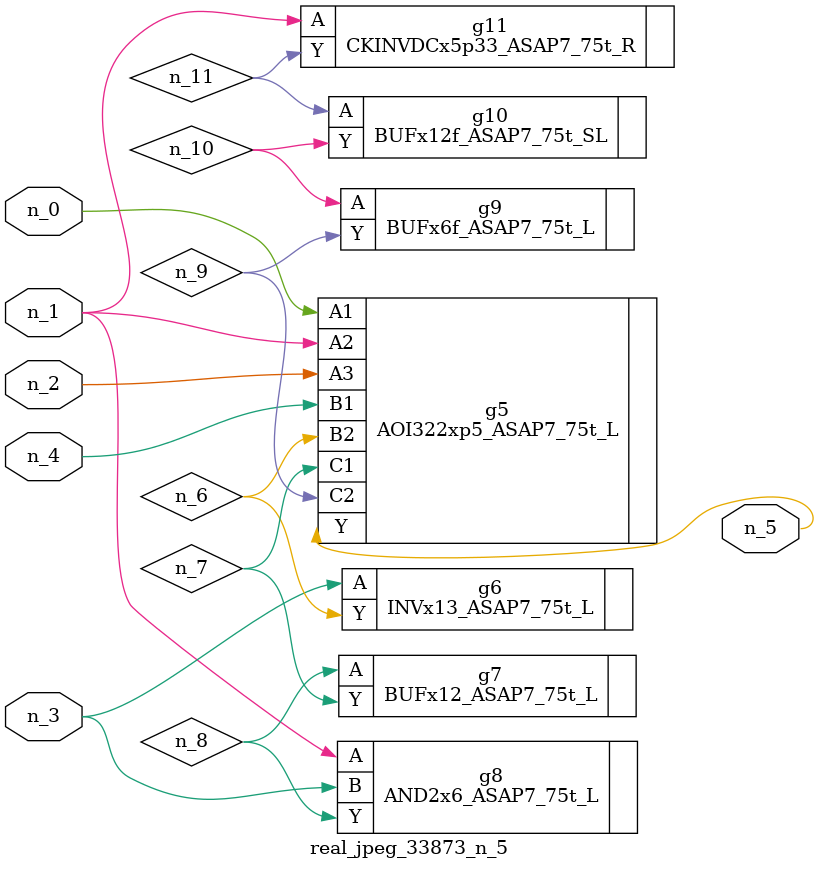
<source format=v>
module real_jpeg_33873_n_5 (n_4, n_0, n_1, n_2, n_3, n_5);

input n_4;
input n_0;
input n_1;
input n_2;
input n_3;

output n_5;

wire n_8;
wire n_11;
wire n_6;
wire n_7;
wire n_10;
wire n_9;

AOI322xp5_ASAP7_75t_L g5 ( 
.A1(n_0),
.A2(n_1),
.A3(n_2),
.B1(n_4),
.B2(n_6),
.C1(n_7),
.C2(n_9),
.Y(n_5)
);

AND2x6_ASAP7_75t_L g8 ( 
.A(n_1),
.B(n_3),
.Y(n_8)
);

CKINVDCx5p33_ASAP7_75t_R g11 ( 
.A(n_1),
.Y(n_11)
);

INVx13_ASAP7_75t_L g6 ( 
.A(n_3),
.Y(n_6)
);

BUFx12_ASAP7_75t_L g7 ( 
.A(n_8),
.Y(n_7)
);

BUFx6f_ASAP7_75t_L g9 ( 
.A(n_10),
.Y(n_9)
);

BUFx12f_ASAP7_75t_SL g10 ( 
.A(n_11),
.Y(n_10)
);


endmodule
</source>
